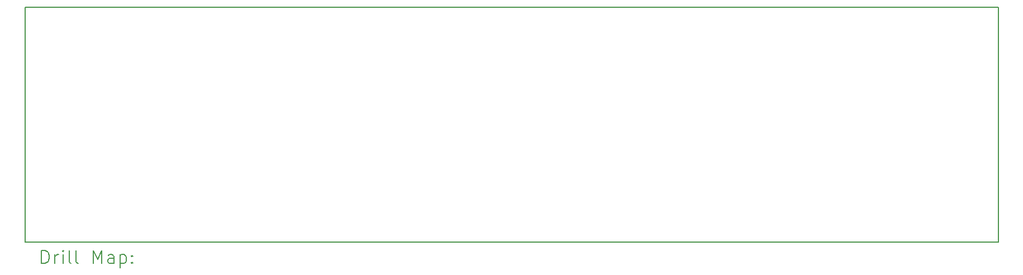
<source format=gbr>
%TF.GenerationSoftware,KiCad,Pcbnew,8.0.2*%
%TF.CreationDate,2024-08-08T08:25:32+03:00*%
%TF.ProjectId,______________ SMD,21323542-3e43-43a3-9037-3042353b4c20,rev?*%
%TF.SameCoordinates,Original*%
%TF.FileFunction,Drillmap*%
%TF.FilePolarity,Positive*%
%FSLAX45Y45*%
G04 Gerber Fmt 4.5, Leading zero omitted, Abs format (unit mm)*
G04 Created by KiCad (PCBNEW 8.0.2) date 2024-08-08 08:25:32*
%MOMM*%
%LPD*%
G01*
G04 APERTURE LIST*
%ADD10C,0.200000*%
G04 APERTURE END LIST*
D10*
X4330700Y-7383780D02*
X19077940Y-7383780D01*
X19077940Y-10952480D01*
X4330700Y-10952480D01*
X4330700Y-7383780D01*
X4581477Y-11273964D02*
X4581477Y-11073964D01*
X4581477Y-11073964D02*
X4629096Y-11073964D01*
X4629096Y-11073964D02*
X4657667Y-11083488D01*
X4657667Y-11083488D02*
X4676715Y-11102535D01*
X4676715Y-11102535D02*
X4686239Y-11121583D01*
X4686239Y-11121583D02*
X4695763Y-11159678D01*
X4695763Y-11159678D02*
X4695763Y-11188249D01*
X4695763Y-11188249D02*
X4686239Y-11226345D01*
X4686239Y-11226345D02*
X4676715Y-11245392D01*
X4676715Y-11245392D02*
X4657667Y-11264440D01*
X4657667Y-11264440D02*
X4629096Y-11273964D01*
X4629096Y-11273964D02*
X4581477Y-11273964D01*
X4781477Y-11273964D02*
X4781477Y-11140630D01*
X4781477Y-11178726D02*
X4791001Y-11159678D01*
X4791001Y-11159678D02*
X4800524Y-11150154D01*
X4800524Y-11150154D02*
X4819572Y-11140630D01*
X4819572Y-11140630D02*
X4838620Y-11140630D01*
X4905286Y-11273964D02*
X4905286Y-11140630D01*
X4905286Y-11073964D02*
X4895763Y-11083488D01*
X4895763Y-11083488D02*
X4905286Y-11093011D01*
X4905286Y-11093011D02*
X4914810Y-11083488D01*
X4914810Y-11083488D02*
X4905286Y-11073964D01*
X4905286Y-11073964D02*
X4905286Y-11093011D01*
X5029096Y-11273964D02*
X5010048Y-11264440D01*
X5010048Y-11264440D02*
X5000524Y-11245392D01*
X5000524Y-11245392D02*
X5000524Y-11073964D01*
X5133858Y-11273964D02*
X5114810Y-11264440D01*
X5114810Y-11264440D02*
X5105286Y-11245392D01*
X5105286Y-11245392D02*
X5105286Y-11073964D01*
X5362429Y-11273964D02*
X5362429Y-11073964D01*
X5362429Y-11073964D02*
X5429096Y-11216821D01*
X5429096Y-11216821D02*
X5495763Y-11073964D01*
X5495763Y-11073964D02*
X5495763Y-11273964D01*
X5676715Y-11273964D02*
X5676715Y-11169202D01*
X5676715Y-11169202D02*
X5667191Y-11150154D01*
X5667191Y-11150154D02*
X5648143Y-11140630D01*
X5648143Y-11140630D02*
X5610048Y-11140630D01*
X5610048Y-11140630D02*
X5591001Y-11150154D01*
X5676715Y-11264440D02*
X5657667Y-11273964D01*
X5657667Y-11273964D02*
X5610048Y-11273964D01*
X5610048Y-11273964D02*
X5591001Y-11264440D01*
X5591001Y-11264440D02*
X5581477Y-11245392D01*
X5581477Y-11245392D02*
X5581477Y-11226345D01*
X5581477Y-11226345D02*
X5591001Y-11207297D01*
X5591001Y-11207297D02*
X5610048Y-11197773D01*
X5610048Y-11197773D02*
X5657667Y-11197773D01*
X5657667Y-11197773D02*
X5676715Y-11188249D01*
X5771953Y-11140630D02*
X5771953Y-11340630D01*
X5771953Y-11150154D02*
X5791001Y-11140630D01*
X5791001Y-11140630D02*
X5829096Y-11140630D01*
X5829096Y-11140630D02*
X5848143Y-11150154D01*
X5848143Y-11150154D02*
X5857667Y-11159678D01*
X5857667Y-11159678D02*
X5867191Y-11178726D01*
X5867191Y-11178726D02*
X5867191Y-11235868D01*
X5867191Y-11235868D02*
X5857667Y-11254916D01*
X5857667Y-11254916D02*
X5848143Y-11264440D01*
X5848143Y-11264440D02*
X5829096Y-11273964D01*
X5829096Y-11273964D02*
X5791001Y-11273964D01*
X5791001Y-11273964D02*
X5771953Y-11264440D01*
X5952905Y-11254916D02*
X5962429Y-11264440D01*
X5962429Y-11264440D02*
X5952905Y-11273964D01*
X5952905Y-11273964D02*
X5943382Y-11264440D01*
X5943382Y-11264440D02*
X5952905Y-11254916D01*
X5952905Y-11254916D02*
X5952905Y-11273964D01*
X5952905Y-11150154D02*
X5962429Y-11159678D01*
X5962429Y-11159678D02*
X5952905Y-11169202D01*
X5952905Y-11169202D02*
X5943382Y-11159678D01*
X5943382Y-11159678D02*
X5952905Y-11150154D01*
X5952905Y-11150154D02*
X5952905Y-11169202D01*
M02*

</source>
